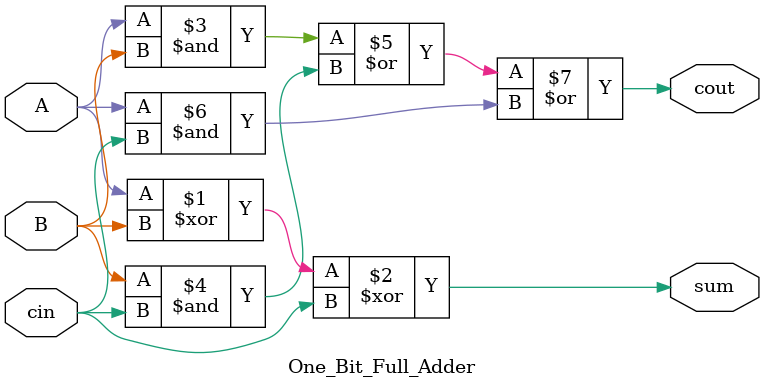
<source format=v>
module One_Bit_Full_Adder(input A,
							  input B,
							  input cin,
							  output sum,
							  output cout);
			  
								
	assign sum=A^B^cin;
	assign cout=(A&B)|(B&cin)|(A&cin);								
								
								
								
endmodule
</source>
